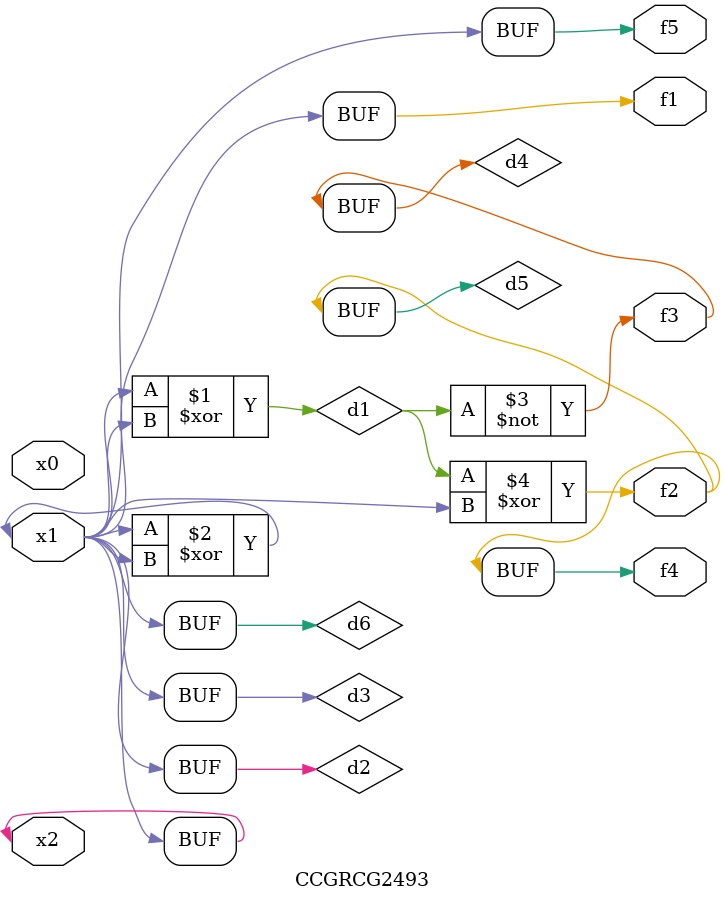
<source format=v>
module CCGRCG2493(
	input x0, x1, x2,
	output f1, f2, f3, f4, f5
);

	wire d1, d2, d3, d4, d5, d6;

	xor (d1, x1, x2);
	buf (d2, x1, x2);
	xor (d3, x1, x2);
	nor (d4, d1);
	xor (d5, d1, d2);
	buf (d6, d2, d3);
	assign f1 = d6;
	assign f2 = d5;
	assign f3 = d4;
	assign f4 = d5;
	assign f5 = d6;
endmodule

</source>
